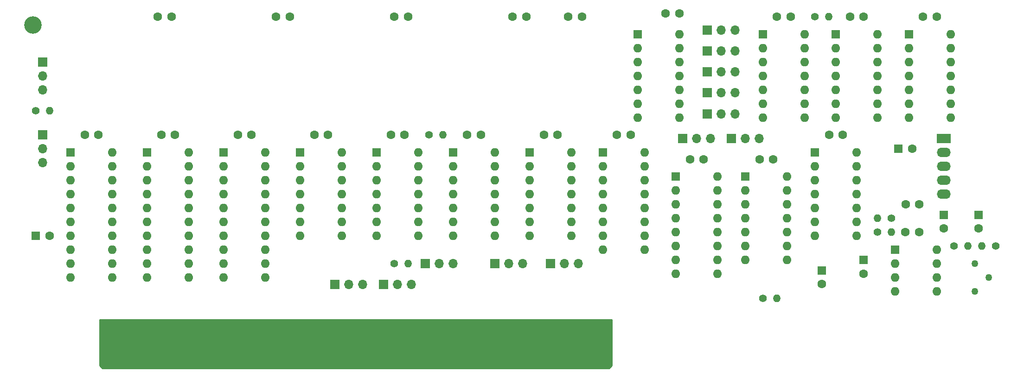
<source format=gbr>
G04 #@! TF.GenerationSoftware,KiCad,Pcbnew,(5.1.8)-1*
G04 #@! TF.CreationDate,2021-03-23T17:38:41+09:00*
G04 #@! TF.ProjectId,EX_MEM_AND_FM,45585f4d-454d-45f4-914e-445f464d2e6b,0.1*
G04 #@! TF.SameCoordinates,PX120bdf8PY82ed558*
G04 #@! TF.FileFunction,Soldermask,Bot*
G04 #@! TF.FilePolarity,Negative*
%FSLAX46Y46*%
G04 Gerber Fmt 4.6, Leading zero omitted, Abs format (unit mm)*
G04 Created by KiCad (PCBNEW (5.1.8)-1) date 2021-03-23 17:38:41*
%MOMM*%
%LPD*%
G01*
G04 APERTURE LIST*
%ADD10R,1.700000X1.700000*%
%ADD11O,1.700000X1.700000*%
%ADD12R,1.600000X1.600000*%
%ADD13C,1.600000*%
%ADD14O,1.600000X1.600000*%
%ADD15C,1.400000*%
%ADD16O,1.400000X1.400000*%
%ADD17R,2.540000X1.700000*%
%ADD18O,2.540000X1.700000*%
%ADD19C,1.260000*%
%ADD20C,3.200000*%
%ADD21C,0.254000*%
%ADD22C,0.100000*%
G04 APERTURE END LIST*
D10*
X68707000Y15367000D03*
D11*
X71247000Y15367000D03*
X73787000Y15367000D03*
D12*
X148717000Y17907000D03*
D13*
X148717000Y15407000D03*
D12*
X156337000Y19812000D03*
D13*
X156337000Y17312000D03*
D12*
X170942000Y28067000D03*
D13*
X170942000Y25567000D03*
D12*
X177292000Y28067000D03*
D13*
X177292000Y25567000D03*
D12*
X162052000Y21717000D03*
D14*
X169672000Y14097000D03*
X162052000Y19177000D03*
X169672000Y16637000D03*
X162052000Y16637000D03*
X169672000Y19177000D03*
X162052000Y14097000D03*
X169672000Y21717000D03*
D12*
X162687000Y40132000D03*
D13*
X165187000Y40132000D03*
X163957000Y24892000D03*
X166457000Y24892000D03*
D12*
X95377000Y39497000D03*
D14*
X102997000Y24257000D03*
X95377000Y36957000D03*
X102997000Y26797000D03*
X95377000Y34417000D03*
X102997000Y29337000D03*
X95377000Y31877000D03*
X102997000Y31877000D03*
X95377000Y29337000D03*
X102997000Y34417000D03*
X95377000Y26797000D03*
X102997000Y36957000D03*
X95377000Y24257000D03*
X102997000Y39497000D03*
D15*
X161417000Y27432000D03*
D16*
X158877000Y27432000D03*
D15*
X158877000Y24892000D03*
D16*
X161417000Y24892000D03*
D12*
X134747000Y35052000D03*
D14*
X142367000Y19812000D03*
X134747000Y32512000D03*
X142367000Y22352000D03*
X134747000Y29972000D03*
X142367000Y24892000D03*
X134747000Y27432000D03*
X142367000Y27432000D03*
X134747000Y24892000D03*
X142367000Y29972000D03*
X134747000Y22352000D03*
X142367000Y32512000D03*
X134747000Y19812000D03*
X142367000Y35052000D03*
D15*
X137922000Y12827000D03*
D16*
X140462000Y12827000D03*
D12*
X115062000Y61087000D03*
D14*
X122682000Y45847000D03*
X115062000Y58547000D03*
X122682000Y48387000D03*
X115062000Y56007000D03*
X122682000Y50927000D03*
X115062000Y53467000D03*
X122682000Y53467000D03*
X115062000Y50927000D03*
X122682000Y56007000D03*
X115062000Y48387000D03*
X122682000Y58547000D03*
X115062000Y45847000D03*
X122682000Y61087000D03*
D10*
X127762000Y46482000D03*
D11*
X130302000Y46482000D03*
X132842000Y46482000D03*
D17*
X170942000Y42037000D03*
D18*
X170942000Y39497000D03*
X170942000Y36957000D03*
X170942000Y34417000D03*
X170942000Y31877000D03*
D12*
X147447000Y39497000D03*
D14*
X155067000Y24257000D03*
X147447000Y36957000D03*
X155067000Y26797000D03*
X147447000Y34417000D03*
X155067000Y29337000D03*
X147447000Y31877000D03*
X155067000Y31877000D03*
X147447000Y29337000D03*
X155067000Y34417000D03*
X147447000Y26797000D03*
X155067000Y36957000D03*
X147447000Y24257000D03*
X155067000Y39497000D03*
D12*
X151257000Y61087000D03*
D14*
X158877000Y45847000D03*
X151257000Y58547000D03*
X158877000Y48387000D03*
X151257000Y56007000D03*
X158877000Y50927000D03*
X151257000Y53467000D03*
X158877000Y53467000D03*
X151257000Y50927000D03*
X158877000Y56007000D03*
X151257000Y48387000D03*
X158877000Y58547000D03*
X151257000Y45847000D03*
X158877000Y61087000D03*
D12*
X164592000Y61087000D03*
D14*
X172212000Y45847000D03*
X164592000Y58547000D03*
X172212000Y48387000D03*
X164592000Y56007000D03*
X172212000Y50927000D03*
X164592000Y53467000D03*
X172212000Y53467000D03*
X164592000Y50927000D03*
X172212000Y56007000D03*
X164592000Y48387000D03*
X172212000Y58547000D03*
X164592000Y45847000D03*
X172212000Y61087000D03*
D12*
X137922000Y61087000D03*
D14*
X145542000Y45847000D03*
X137922000Y58547000D03*
X145542000Y48387000D03*
X137922000Y56007000D03*
X145542000Y50927000D03*
X137922000Y53467000D03*
X145542000Y53467000D03*
X137922000Y50927000D03*
X145542000Y56007000D03*
X137922000Y48387000D03*
X145542000Y58547000D03*
X137922000Y45847000D03*
X145542000Y61087000D03*
D12*
X122047000Y35052000D03*
D14*
X129667000Y17272000D03*
X122047000Y32512000D03*
X129667000Y19812000D03*
X122047000Y29972000D03*
X129667000Y22352000D03*
X122047000Y27432000D03*
X129667000Y24892000D03*
X122047000Y24892000D03*
X129667000Y27432000D03*
X122047000Y22352000D03*
X129667000Y29972000D03*
X122047000Y19812000D03*
X129667000Y32512000D03*
X122047000Y17272000D03*
X129667000Y35052000D03*
D19*
X176657000Y14097000D03*
X179197000Y16637000D03*
X176657000Y19177000D03*
D15*
X147447000Y64262000D03*
D16*
X149987000Y64262000D03*
D15*
X172847000Y22352000D03*
D16*
X175387000Y22352000D03*
D15*
X180467000Y22352000D03*
D16*
X177927000Y22352000D03*
D10*
X59817000Y15367000D03*
D11*
X62357000Y15367000D03*
X64897000Y15367000D03*
D10*
X132207000Y42037000D03*
D11*
X134747000Y42037000D03*
X137287000Y42037000D03*
D10*
X123317000Y42037000D03*
D11*
X125857000Y42037000D03*
X128397000Y42037000D03*
D10*
X127762000Y61849000D03*
D11*
X130302000Y61849000D03*
X132842000Y61849000D03*
D10*
X127762000Y58039000D03*
D11*
X130302000Y58039000D03*
X132842000Y58039000D03*
D10*
X127762000Y54229000D03*
D11*
X130302000Y54229000D03*
X132842000Y54229000D03*
D10*
X127762000Y50419000D03*
D11*
X130302000Y50419000D03*
X132842000Y50419000D03*
D13*
X166497000Y29972000D03*
X163997000Y29972000D03*
X104902000Y64262000D03*
X102402000Y64262000D03*
X122642000Y64897000D03*
X120142000Y64897000D03*
X139827000Y38227000D03*
X137327000Y38227000D03*
X152527000Y42672000D03*
X150027000Y42672000D03*
X156337000Y64262000D03*
X153837000Y64262000D03*
X169672000Y64262000D03*
X167172000Y64262000D03*
X143002000Y64262000D03*
X140502000Y64262000D03*
X127127000Y38227000D03*
X124627000Y38227000D03*
D12*
X108712000Y39497000D03*
D14*
X116332000Y21717000D03*
X108712000Y36957000D03*
X116332000Y24257000D03*
X108712000Y34417000D03*
X116332000Y26797000D03*
X108712000Y31877000D03*
X116332000Y29337000D03*
X108712000Y29337000D03*
X116332000Y31877000D03*
X108712000Y26797000D03*
X116332000Y34417000D03*
X108712000Y24257000D03*
X116332000Y36957000D03*
X108712000Y21717000D03*
X116332000Y39497000D03*
D12*
X81407000Y39497000D03*
D14*
X89027000Y24257000D03*
X81407000Y36957000D03*
X89027000Y26797000D03*
X81407000Y34417000D03*
X89027000Y29337000D03*
X81407000Y31877000D03*
X89027000Y31877000D03*
X81407000Y29337000D03*
X89027000Y34417000D03*
X81407000Y26797000D03*
X89027000Y36957000D03*
X81407000Y24257000D03*
X89027000Y39497000D03*
D12*
X67437000Y39497000D03*
D14*
X75057000Y24257000D03*
X67437000Y36957000D03*
X75057000Y26797000D03*
X67437000Y34417000D03*
X75057000Y29337000D03*
X67437000Y31877000D03*
X75057000Y31877000D03*
X67437000Y29337000D03*
X75057000Y34417000D03*
X67437000Y26797000D03*
X75057000Y36957000D03*
X67437000Y24257000D03*
X75057000Y39497000D03*
D12*
X53467000Y39497000D03*
D14*
X61087000Y24257000D03*
X53467000Y36957000D03*
X61087000Y26797000D03*
X53467000Y34417000D03*
X61087000Y29337000D03*
X53467000Y31877000D03*
X61087000Y31877000D03*
X53467000Y29337000D03*
X61087000Y34417000D03*
X53467000Y26797000D03*
X61087000Y36957000D03*
X53467000Y24257000D03*
X61087000Y39497000D03*
D12*
X39497000Y39497000D03*
D14*
X47117000Y16637000D03*
X39497000Y36957000D03*
X47117000Y19177000D03*
X39497000Y34417000D03*
X47117000Y21717000D03*
X39497000Y31877000D03*
X47117000Y24257000D03*
X39497000Y29337000D03*
X47117000Y26797000D03*
X39497000Y26797000D03*
X47117000Y29337000D03*
X39497000Y24257000D03*
X47117000Y31877000D03*
X39497000Y21717000D03*
X47117000Y34417000D03*
X39497000Y19177000D03*
X47117000Y36957000D03*
X39497000Y16637000D03*
X47117000Y39497000D03*
D12*
X25527000Y39497000D03*
D14*
X33147000Y16637000D03*
X25527000Y36957000D03*
X33147000Y19177000D03*
X25527000Y34417000D03*
X33147000Y21717000D03*
X25527000Y31877000D03*
X33147000Y24257000D03*
X25527000Y29337000D03*
X33147000Y26797000D03*
X25527000Y26797000D03*
X33147000Y29337000D03*
X25527000Y24257000D03*
X33147000Y31877000D03*
X25527000Y21717000D03*
X33147000Y34417000D03*
X25527000Y19177000D03*
X33147000Y36957000D03*
X25527000Y16637000D03*
X33147000Y39497000D03*
D12*
X11557000Y39497000D03*
D14*
X19177000Y16637000D03*
X11557000Y36957000D03*
X19177000Y19177000D03*
X11557000Y34417000D03*
X19177000Y21717000D03*
X11557000Y31877000D03*
X19177000Y24257000D03*
X11557000Y29337000D03*
X19177000Y26797000D03*
X11557000Y26797000D03*
X19177000Y29337000D03*
X11557000Y24257000D03*
X19177000Y31877000D03*
X11557000Y21717000D03*
X19177000Y34417000D03*
X11557000Y19177000D03*
X19177000Y36957000D03*
X11557000Y16637000D03*
X19177000Y39497000D03*
D15*
X70612000Y19177000D03*
D16*
X73152000Y19177000D03*
D15*
X76962000Y42672000D03*
D16*
X79502000Y42672000D03*
D15*
X5207000Y47117000D03*
D16*
X7747000Y47117000D03*
D10*
X99187000Y19177000D03*
D11*
X101727000Y19177000D03*
X104267000Y19177000D03*
D10*
X89027000Y19177000D03*
D11*
X91567000Y19177000D03*
X94107000Y19177000D03*
D10*
X76327000Y19177000D03*
D11*
X78867000Y19177000D03*
X81407000Y19177000D03*
D10*
X6477000Y42672000D03*
D11*
X6477000Y40132000D03*
X6477000Y37592000D03*
D10*
X6477000Y56007000D03*
D11*
X6477000Y53467000D03*
X6477000Y50927000D03*
D13*
X92202000Y64262000D03*
X94702000Y64262000D03*
X70612000Y64262000D03*
X73112000Y64262000D03*
X49022000Y64262000D03*
X51522000Y64262000D03*
X27432000Y64262000D03*
X29932000Y64262000D03*
X86447000Y42672000D03*
X83947000Y42672000D03*
X113792000Y42672000D03*
X111292000Y42672000D03*
X100457000Y42672000D03*
X97957000Y42672000D03*
X72517000Y42672000D03*
X70017000Y42672000D03*
X58547000Y42672000D03*
X56047000Y42672000D03*
X44577000Y42672000D03*
X42077000Y42672000D03*
X30607000Y42672000D03*
X28107000Y42672000D03*
X16637000Y42672000D03*
X14137000Y42672000D03*
D12*
X5207000Y24257000D03*
D13*
X7707000Y24257000D03*
D20*
X4699000Y62738000D03*
D21*
X110363000Y508000D02*
X109855000Y0D01*
X17399000Y0D01*
X16891000Y508000D01*
X16891000Y8890000D01*
X110363000Y8890000D01*
X110363000Y508000D01*
D22*
G36*
X110363000Y508000D02*
G01*
X109855000Y0D01*
X17399000Y0D01*
X16891000Y508000D01*
X16891000Y8890000D01*
X110363000Y8890000D01*
X110363000Y508000D01*
G37*
M02*

</source>
